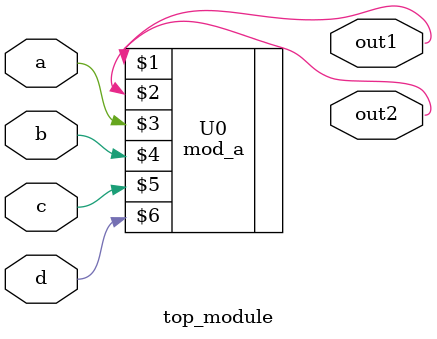
<source format=v>
module top_module ( 
    input a, 
    input b, 
    input c,
    input d,
    output out1,
    output out2
);

    mod_a U0 (out1,out2,a,b,c,d);
    
endmodule

</source>
